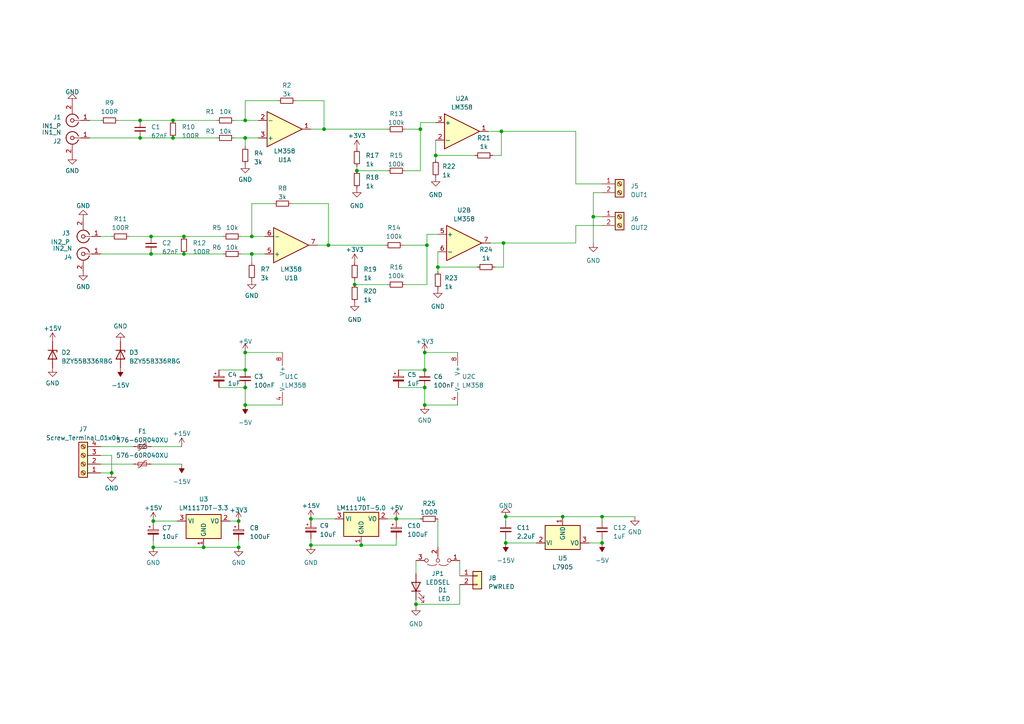
<source format=kicad_sch>
(kicad_sch (version 20230121) (generator eeschema)
  (paper "A4")
  (lib_symbols
    (symbol "Amplifier_Operational:LM358" (pin_names (offset 0.127))
      (property "Reference" "U" (at 0 5.08 0))
      (property "Value" "LM358" (at 0 -5.08 0))
      (symbol "LM358_1_1"
        (polyline (pts (xy -5.08 5.08) (xy 5.08 0) (xy -5.08 -5.08) (xy -5.08 5.08)) (stroke (width 0.254)) (fill (type background)))
        (pin output line (at 7.62 0 180) (length 2.54) (name "~") (number "1"))
        (pin input line (at -7.62 -2.54 0) (length 2.54) (name "-") (number "2"))
        (pin input line (at -7.62 2.54 0) (length 2.54) (name "+") (number "3"))
      )
      (symbol "LM358_2_1"
        (polyline (pts (xy -5.08 5.08) (xy 5.08 0) (xy -5.08 -5.08) (xy -5.08 5.08)) (stroke (width 0.254)) (fill (type background)))
        (pin input line (at -7.62 2.54 0) (length 2.54) (name "+") (number "5"))
        (pin input line (at -7.62 -2.54 0) (length 2.54) (name "-") (number "6"))
        (pin output line (at 7.62 0 180) (length 2.54) (name "~") (number "7"))
      )
      (symbol "LM358_3_1"
        (pin power_in line (at -2.54 -7.62 90) (length 3.81) (name "V-") (number "4"))
        (pin power_in line (at -2.54 7.62 270) (length 3.81) (name "V+") (number "8"))
      )
    )
    (symbol "Connector:Conn_Coaxial" (pin_names (offset 1.016) hide)
      (property "Reference" "J" (at 0.254 3.048 0))
      (property "Value" "Conn_Coaxial" (at 2.921 0 90))
      (symbol "Conn_Coaxial_0_1"
        (arc (start -1.778 -0.508) (mid 0.2311 -1.8066) (end 1.778 0) (stroke (width 0.254)))
        (polyline (pts (xy -2.54 0) (xy -0.508 0)))
        (polyline (pts (xy 0 -2.54) (xy 0 -1.778)))
        (circle (center 0 0) (radius 0.508) (stroke (width 0.2032)))
        (arc (start 1.778 0) (mid 0.2099 1.8101) (end -1.778 0.508) (stroke (width 0.254)))
      )
      (symbol "Conn_Coaxial_1_1"
        (pin passive line (at -5.08 0 0) (length 2.54) (name "In") (number "1"))
        (pin passive line (at 0 -5.08 90) (length 2.54) (name "Ext") (number "2"))
      )
    )
    (symbol "Connector:Screw_Terminal_01x02" (pin_names (offset 1.016) hide)
      (property "Reference" "J" (at 0 2.54 0))
      (property "Value" "Screw_Terminal_01x02" (at 0 -5.08 0))
      (symbol "Screw_Terminal_01x02_1_1"
        (rectangle (start -1.27 1.27) (end 1.27 -3.81) (stroke (width 0.254)) (fill (type background)))
        (circle (center 0 -2.54) (radius 0.635) (stroke (width 0.1524)))
        (polyline (pts (xy -0.5334 -2.2098) (xy 0.3302 -3.048)) (stroke (width 0.1524)))
        (polyline (pts (xy -0.5334 0.3302) (xy 0.3302 -0.508)) (stroke (width 0.1524)))
        (polyline (pts (xy -0.3556 -2.032) (xy 0.508 -2.8702)) (stroke (width 0.1524)))
        (polyline (pts (xy -0.3556 0.508) (xy 0.508 -0.3302)) (stroke (width 0.1524)))
        (circle (center 0 0) (radius 0.635) (stroke (width 0.1524)))
        (pin passive line (at -5.08 0 0) (length 3.81) (name "Pin_1") (number "1"))
        (pin passive line (at -5.08 -2.54 0) (length 3.81) (name "Pin_2") (number "2"))
      )
    )
    (symbol "Connector:Screw_Terminal_01x04" (pin_names (offset 1.016) hide)
      (property "Reference" "J" (at 0 5.08 0))
      (property "Value" "Screw_Terminal_01x04" (at 0 -7.62 0))
      (symbol "Screw_Terminal_01x04_1_1"
        (rectangle (start -1.27 3.81) (end 1.27 -6.35) (stroke (width 0.254)) (fill (type background)))
        (circle (center 0 -5.08) (radius 0.635) (stroke (width 0.1524)))
        (circle (center 0 -2.54) (radius 0.635) (stroke (width 0.1524)))
        (polyline (pts (xy -0.5334 -4.7498) (xy 0.3302 -5.588)) (stroke (width 0.1524)))
        (polyline (pts (xy -0.5334 -2.2098) (xy 0.3302 -3.048)) (stroke (width 0.1524)))
        (polyline (pts (xy -0.5334 0.3302) (xy 0.3302 -0.508)) (stroke (width 0.1524)))
        (polyline (pts (xy -0.5334 2.8702) (xy 0.3302 2.032)) (stroke (width 0.1524)))
        (polyline (pts (xy -0.3556 -4.572) (xy 0.508 -5.4102)) (stroke (width 0.1524)))
        (polyline (pts (xy -0.3556 -2.032) (xy 0.508 -2.8702)) (stroke (width 0.1524)))
        (polyline (pts (xy -0.3556 0.508) (xy 0.508 -0.3302)) (stroke (width 0.1524)))
        (polyline (pts (xy -0.3556 3.048) (xy 0.508 2.2098)) (stroke (width 0.1524)))
        (circle (center 0 0) (radius 0.635) (stroke (width 0.1524)))
        (circle (center 0 2.54) (radius 0.635) (stroke (width 0.1524)))
        (pin passive line (at -5.08 2.54 0) (length 3.81) (name "Pin_1") (number "1"))
        (pin passive line (at -5.08 0 0) (length 3.81) (name "Pin_2") (number "2"))
        (pin passive line (at -5.08 -2.54 0) (length 3.81) (name "Pin_3") (number "3"))
        (pin passive line (at -5.08 -5.08 0) (length 3.81) (name "Pin_4") (number "4"))
      )
    )
    (symbol "Connector_Generic:Conn_01x02" (pin_names (offset 1.016) hide)
      (property "Reference" "J" (at 0 2.54 0))
      (property "Value" "Conn_01x02" (at 0 -5.08 0))
      (symbol "Conn_01x02_1_1"
        (rectangle (start -1.27 -2.413) (end 0 -2.667) (stroke (width 0.1524)))
        (rectangle (start -1.27 0.127) (end 0 -0.127) (stroke (width 0.1524)))
        (rectangle (start -1.27 1.27) (end 1.27 -3.81) (stroke (width 0.254)) (fill (type background)))
        (pin passive line (at -5.08 0 0) (length 3.81) (name "Pin_1") (number "1"))
        (pin passive line (at -5.08 -2.54 0) (length 3.81) (name "Pin_2") (number "2"))
      )
    )
    (symbol "Device:C_Polarized_Small" (pin_numbers hide) (pin_names (offset 0.254) hide)
      (property "Reference" "C" (at 0.254 1.778 0))
      (property "Value" "C_Polarized_Small" (at 0.254 -2.032 0))
      (symbol "C_Polarized_Small_0_1"
        (rectangle (start -1.524 -0.3048) (end 1.524 -0.6858) (fill (type outline)))
        (rectangle (start -1.524 0.6858) (end 1.524 0.3048))
        (polyline (pts (xy -1.27 1.524) (xy -0.762 1.524)))
        (polyline (pts (xy -1.016 1.27) (xy -1.016 1.778)))
      )
      (symbol "C_Polarized_Small_1_1"
        (pin passive line (at 0 2.54 270) (length 1.8542) (name "~") (number "1"))
        (pin passive line (at 0 -2.54 90) (length 1.8542) (name "~") (number "2"))
      )
    )
    (symbol "Device:C_Small" (pin_numbers hide) (pin_names (offset 0.254) hide)
      (property "Reference" "C" (at 0.254 1.778 0))
      (property "Value" "C_Small" (at 0.254 -2.032 0))
      (symbol "C_Small_0_1"
        (polyline (pts (xy -1.524 -0.508) (xy 1.524 -0.508)) (stroke (width 0.3302)))
        (polyline (pts (xy -1.524 0.508) (xy 1.524 0.508)) (stroke (width 0.3048)))
      )
      (symbol "C_Small_1_1"
        (pin passive line (at 0 2.54 270) (length 2.032) (name "~") (number "1"))
        (pin passive line (at 0 -2.54 90) (length 2.032) (name "~") (number "2"))
      )
    )
    (symbol "Device:D_Zener" (pin_numbers hide) (pin_names (offset 1.016) hide)
      (property "Reference" "D" (at 0 2.54 0))
      (property "Value" "D_Zener" (at 0 -2.54 0))
      (symbol "D_Zener_0_1"
        (polyline (pts (xy 1.27 0) (xy -1.27 0)))
        (polyline (pts (xy -1.27 -1.27) (xy -1.27 1.27) (xy -0.762 1.27)) (stroke (width 0.254)))
        (polyline (pts (xy 1.27 -1.27) (xy 1.27 1.27) (xy -1.27 0) (xy 1.27 -1.27)) (stroke (width 0.254)))
      )
      (symbol "D_Zener_1_1"
        (pin passive line (at -3.81 0 0) (length 2.54) (name "K") (number "1"))
        (pin passive line (at 3.81 0 180) (length 2.54) (name "A") (number "2"))
      )
    )
    (symbol "Device:LED" (pin_numbers hide) (pin_names (offset 1.016) hide)
      (property "Reference" "D" (at 0 2.54 0))
      (property "Value" "LED" (at 0 -2.54 0))
      (symbol "LED_0_1"
        (polyline (pts (xy -1.27 -1.27) (xy -1.27 1.27)) (stroke (width 0.254)))
        (polyline (pts (xy -1.27 0) (xy 1.27 0)))
        (polyline (pts (xy 1.27 -1.27) (xy 1.27 1.27) (xy -1.27 0) (xy 1.27 -1.27)) (stroke (width 0.254)))
        (polyline (pts (xy -3.048 -0.762) (xy -4.572 -2.286) (xy -3.81 -2.286) (xy -4.572 -2.286) (xy -4.572 -1.524)))
        (polyline (pts (xy -1.778 -0.762) (xy -3.302 -2.286) (xy -2.54 -2.286) (xy -3.302 -2.286) (xy -3.302 -1.524)))
      )
      (symbol "LED_1_1"
        (pin passive line (at -3.81 0 0) (length 2.54) (name "K") (number "1"))
        (pin passive line (at 3.81 0 180) (length 2.54) (name "A") (number "2"))
      )
    )
    (symbol "Device:Polyfuse_Small" (pin_numbers hide) (pin_names (offset 0))
      (property "Reference" "F" (at -1.905 0 90))
      (property "Value" "Polyfuse_Small" (at 1.905 0 90))
      (symbol "Polyfuse_Small_0_1"
        (rectangle (start -0.508 1.27) (end 0.508 -1.27))
        (polyline (pts (xy 0 2.54) (xy 0 -2.54)))
        (polyline (pts (xy -1.016 1.27) (xy -1.016 0.762) (xy 1.016 -0.762) (xy 1.016 -1.27)))
      )
      (symbol "Polyfuse_Small_1_1"
        (pin passive line (at 0 2.54 270) (length 0.635) (name "~") (number "1"))
        (pin passive line (at 0 -2.54 90) (length 0.635) (name "~") (number "2"))
      )
    )
    (symbol "Device:R_Small" (pin_numbers hide) (pin_names (offset 0.254) hide)
      (property "Reference" "R" (at 0.762 0.508 0))
      (property "Value" "R_Small" (at 0.762 -1.016 0))
      (symbol "R_Small_0_1"
        (rectangle (start -0.762 1.778) (end 0.762 -1.778) (stroke (width 0.2032)))
      )
      (symbol "R_Small_1_1"
        (pin passive line (at 0 2.54 270) (length 0.762) (name "~") (number "1"))
        (pin passive line (at 0 -2.54 90) (length 0.762) (name "~") (number "2"))
      )
    )
    (symbol "Jumper:Jumper_3_Open" (pin_names (offset 0) hide)
      (property "Reference" "JP" (at -2.54 -2.54 0))
      (property "Value" "Jumper_3_Open" (at 0 2.794 0))
      (symbol "Jumper_3_Open_0_0"
        (circle (center -3.302 0) (radius 0.508))
        (circle (center 0 0) (radius 0.508))
        (circle (center 3.302 0) (radius 0.508))
      )
      (symbol "Jumper_3_Open_0_1"
        (arc (start -0.254 1.016) (mid -1.651 1.4992) (end -3.048 1.016))
        (polyline (pts (xy 0 -0.508) (xy 0 -1.27)))
        (arc (start 3.048 1.016) (mid 1.651 1.4992) (end 0.254 1.016))
      )
      (symbol "Jumper_3_Open_1_1"
        (pin passive line (at -6.35 0 0) (length 2.54) (name "A") (number "1"))
        (pin passive line (at 0 -3.81 90) (length 2.54) (name "C") (number "2"))
        (pin passive line (at 6.35 0 180) (length 2.54) (name "B") (number "3"))
      )
    )
    (symbol "Regulator_Linear:L7905" (pin_names (offset 0.254))
      (property "Reference" "U" (at -3.81 -3.175 0))
      (property "Value" "L7905" (at 0 -3.175 0))
      (symbol "L7905_0_1"
        (rectangle (start -5.08 5.08) (end 5.08 -1.905) (stroke (width 0.254)) (fill (type background)))
      )
      (symbol "L7905_1_1"
        (pin power_in line (at 0 7.62 270) (length 2.54) (name "GND") (number "1"))
        (pin power_in line (at -7.62 0 0) (length 2.54) (name "VI") (number "2"))
        (pin power_out line (at 7.62 0 180) (length 2.54) (name "VO") (number "3"))
      )
    )
    (symbol "Regulator_Linear:LM1117DT-3.3"
      (property "Reference" "U" (at -3.81 3.175 0))
      (property "Value" "LM1117DT-3.3" (at 0 3.175 0))
      (symbol "LM1117DT-3.3_0_1"
        (rectangle (start -5.08 -5.08) (end 5.08 1.905) (stroke (width 0.254)) (fill (type background)))
      )
      (symbol "LM1117DT-3.3_1_1"
        (pin power_in line (at 0 -7.62 90) (length 2.54) (name "GND") (number "1"))
        (pin power_out line (at 7.62 0 180) (length 2.54) (name "VO") (number "2"))
        (pin power_in line (at -7.62 0 0) (length 2.54) (name "VI") (number "3"))
      )
    )
    (symbol "Regulator_Linear:LM1117DT-5.0"
      (property "Reference" "U" (at -3.81 3.175 0))
      (property "Value" "LM1117DT-5.0" (at 0 3.175 0))
      (symbol "LM1117DT-5.0_0_1"
        (rectangle (start -5.08 -5.08) (end 5.08 1.905) (stroke (width 0.254)) (fill (type background)))
      )
      (symbol "LM1117DT-5.0_1_1"
        (pin power_in line (at 0 -7.62 90) (length 2.54) (name "GND") (number "1"))
        (pin power_out line (at 7.62 0 180) (length 2.54) (name "VO") (number "2"))
        (pin power_in line (at -7.62 0 0) (length 2.54) (name "VI") (number "3"))
      )
    )
    (symbol "power:+15V" (power) (pin_names (offset 0))
      (property "Value" "+15V" (at 0 3.556 0))
      (symbol "+15V_0_1"
        (polyline (pts (xy -0.762 1.27) (xy 0 2.54)))
        (polyline (pts (xy 0 0) (xy 0 2.54)))
        (polyline (pts (xy 0 2.54) (xy 0.762 1.27)))
      )
      (symbol "+15V_1_1"
        (pin power_in line (at 0 0 90) (length 0) hide (name "+15V") (number "1"))
      )
    )
    (symbol "power:+3V3" (power) (pin_names (offset 0))
      (property "Value" "+3V3" (at 0 3.556 0))
      (symbol "+3V3_0_1"
        (polyline (pts (xy -0.762 1.27) (xy 0 2.54)))
        (polyline (pts (xy 0 0) (xy 0 2.54)))
        (polyline (pts (xy 0 2.54) (xy 0.762 1.27)))
      )
      (symbol "+3V3_1_1"
        (pin power_in line (at 0 0 90) (length 0) hide (name "+3V3") (number "1"))
      )
    )
    (symbol "power:+5V" (power) (pin_names (offset 0))
      (property "Value" "+5V" (at 0 3.556 0))
      (symbol "+5V_0_1"
        (polyline (pts (xy -0.762 1.27) (xy 0 2.54)))
        (polyline (pts (xy 0 0) (xy 0 2.54)))
        (polyline (pts (xy 0 2.54) (xy 0.762 1.27)))
      )
      (symbol "+5V_1_1"
        (pin power_in line (at 0 0 90) (length 0) hide (name "+5V") (number "1"))
      )
    )
    (symbol "power:-15V" (power) (pin_names (offset 0))
      (property "Value" "-15V" (at 0 3.81 0))
      (symbol "-15V_0_0"
        (pin power_in line (at 0 0 90) (length 0) hide (name "-15V") (number "1"))
      )
      (symbol "-15V_0_1"
        (polyline (pts (xy 0 0) (xy 0 1.27) (xy 0.762 1.27) (xy 0 2.54) (xy -0.762 1.27) (xy 0 1.27)) (fill (type outline)))
      )
    )
    (symbol "power:-5V" (power) (pin_names (offset 0))
      (property "Value" "-5V" (at 0 3.81 0))
      (symbol "-5V_0_0"
        (pin power_in line (at 0 0 90) (length 0) hide (name "-5V") (number "1"))
      )
      (symbol "-5V_0_1"
        (polyline (pts (xy 0 0) (xy 0 1.27) (xy 0.762 1.27) (xy 0 2.54) (xy -0.762 1.27) (xy 0 1.27)) (fill (type outline)))
      )
    )
    (symbol "power:GND" (power) (pin_names (offset 0))
      (property "Value" "GND" (at 0 -3.81 0))
      (symbol "GND_0_1"
        (polyline (pts (xy 0 0) (xy 0 -1.27) (xy 1.27 -1.27) (xy 0 -2.54) (xy -1.27 -1.27) (xy 0 -1.27)))
      )
      (symbol "GND_1_1"
        (pin power_in line (at 0 0 270) (length 0) hide (name "GND") (number "1"))
      )
    )
  )
  (junction (at 126.365 45.085))
  (junction (at 53.34 73.66))
  (junction (at 114.935 150.495))
  (junction (at 50.165 40.005))
  (junction (at 69.215 151.13))
  (junction (at 44.45 151.13))
  (junction (at 73.025 68.58))
  (junction (at 123.19 107.315))
  (junction (at 163.195 149.86))
  (junction (at 145.415 38.1))
  (junction (at 44.45 158.75))
  (junction (at 121.92 37.465))
  (junction (at 123.19 112.395))
  (junction (at 102.87 82.55))
  (junction (at 90.17 150.495))
  (junction (at 174.625 149.86))
  (junction (at 93.98 37.465))
  (junction (at 32.385 137.16))
  (junction (at 174.625 157.48))
  (junction (at 69.215 158.75))
  (junction (at 103.505 49.53))
  (junction (at 40.64 34.925))
  (junction (at 123.19 102.235))
  (junction (at 43.815 73.66))
  (junction (at 71.12 107.315))
  (junction (at 53.34 68.58))
  (junction (at 123.825 71.12))
  (junction (at 172.085 62.865))
  (junction (at 50.165 34.925))
  (junction (at 71.12 102.235))
  (junction (at 95.25 71.12))
  (junction (at 104.775 158.115))
  (junction (at 146.05 70.485))
  (junction (at 59.055 158.75))
  (junction (at 123.19 117.475))
  (junction (at 146.685 157.48))
  (junction (at 120.65 175.26))
  (junction (at 71.12 112.395))
  (junction (at 43.815 68.58))
  (junction (at 90.17 158.115))
  (junction (at 127 77.47))
  (junction (at 71.12 117.475))
  (junction (at 73.025 73.66))
  (junction (at 146.685 149.86))
  (junction (at 71.12 34.925))
  (junction (at 40.64 40.005))
  (junction (at 71.12 40.005))
  (wire (pts (xy 26.035 40.005) (xy 40.64 40.005)))
  (wire (pts (xy 167.005 53.34) (xy 167.005 38.1)))
  (wire (pts (xy 127 150.495) (xy 127 158.75)))
  (wire (pts (xy 40.64 40.005) (xy 50.165 40.005)))
  (wire (pts (xy 115.57 112.395) (xy 123.19 112.395)))
  (wire (pts (xy 174.625 65.405) (xy 167.005 65.405)))
  (wire (pts (xy 146.685 157.48) (xy 146.685 156.21)))
  (wire (pts (xy 123.825 82.55) (xy 117.475 82.55)))
  (wire (pts (xy 50.165 34.925) (xy 62.865 34.925)))
  (wire (pts (xy 112.395 37.465) (xy 93.98 37.465)))
  (wire (pts (xy 127 73.025) (xy 127 77.47)))
  (wire (pts (xy 85.725 29.21) (xy 93.98 29.21)))
  (wire (pts (xy 69.215 158.75) (xy 69.215 156.845)))
  (wire (pts (xy 71.12 34.925) (xy 74.93 34.925)))
  (wire (pts (xy 133.35 169.545) (xy 133.35 175.26)))
  (wire (pts (xy 71.12 29.21) (xy 80.645 29.21)))
  (wire (pts (xy 34.29 34.925) (xy 40.64 34.925)))
  (wire (pts (xy 95.25 71.12) (xy 111.76 71.12)))
  (wire (pts (xy 29.21 137.16) (xy 32.385 137.16)))
  (wire (pts (xy 104.775 158.115) (xy 114.935 158.115)))
  (wire (pts (xy 167.005 70.485) (xy 146.05 70.485)))
  (wire (pts (xy 174.625 149.86) (xy 184.15 149.86)))
  (wire (pts (xy 121.92 49.53) (xy 121.92 37.465)))
  (wire (pts (xy 121.92 35.56) (xy 126.365 35.56)))
  (wire (pts (xy 123.825 67.945) (xy 127 67.945)))
  (wire (pts (xy 44.45 158.75) (xy 44.45 156.845)))
  (wire (pts (xy 127 77.47) (xy 127 78.74)))
  (wire (pts (xy 172.085 62.865) (xy 174.625 62.865)))
  (wire (pts (xy 29.21 129.54) (xy 38.735 129.54)))
  (wire (pts (xy 174.625 149.86) (xy 174.625 151.13)))
  (wire (pts (xy 43.815 134.62) (xy 52.705 134.62)))
  (wire (pts (xy 146.685 149.86) (xy 146.685 151.13)))
  (wire (pts (xy 123.19 112.395) (xy 123.19 117.475)))
  (wire (pts (xy 146.05 77.47) (xy 143.51 77.47)))
  (wire (pts (xy 145.415 45.085) (xy 142.875 45.085)))
  (wire (pts (xy 123.19 102.235) (xy 123.19 107.315)))
  (wire (pts (xy 115.57 107.315) (xy 123.19 107.315)))
  (wire (pts (xy 141.605 38.1) (xy 145.415 38.1)))
  (wire (pts (xy 95.25 59.055) (xy 95.25 71.12)))
  (wire (pts (xy 174.625 53.34) (xy 167.005 53.34)))
  (wire (pts (xy 71.12 40.005) (xy 74.93 40.005)))
  (wire (pts (xy 69.85 68.58) (xy 73.025 68.58)))
  (wire (pts (xy 43.815 68.58) (xy 53.34 68.58)))
  (wire (pts (xy 167.005 65.405) (xy 167.005 70.485)))
  (wire (pts (xy 120.65 173.99) (xy 120.65 175.26)))
  (wire (pts (xy 167.005 38.1) (xy 145.415 38.1)))
  (wire (pts (xy 93.98 37.465) (xy 90.17 37.465)))
  (wire (pts (xy 43.815 129.54) (xy 52.705 129.54)))
  (wire (pts (xy 37.465 68.58) (xy 43.815 68.58)))
  (wire (pts (xy 71.12 112.395) (xy 71.12 117.475)))
  (wire (pts (xy 73.025 73.66) (xy 76.835 73.66)))
  (wire (pts (xy 73.025 68.58) (xy 76.835 68.58)))
  (wire (pts (xy 123.825 71.12) (xy 123.825 82.55)))
  (wire (pts (xy 103.505 49.53) (xy 112.395 49.53)))
  (wire (pts (xy 123.19 117.475) (xy 132.715 117.475)))
  (wire (pts (xy 67.945 40.005) (xy 71.12 40.005)))
  (wire (pts (xy 81.915 102.235) (xy 71.12 102.235)))
  (wire (pts (xy 132.715 102.235) (xy 123.19 102.235)))
  (wire (pts (xy 155.575 157.48) (xy 146.685 157.48)))
  (wire (pts (xy 174.625 55.88) (xy 172.085 55.88)))
  (wire (pts (xy 44.45 151.13) (xy 44.45 151.765)))
  (wire (pts (xy 126.365 45.085) (xy 126.365 46.355)))
  (wire (pts (xy 172.085 55.88) (xy 172.085 62.865)))
  (wire (pts (xy 103.505 48.26) (xy 103.505 49.53)))
  (wire (pts (xy 145.415 38.1) (xy 145.415 45.085)))
  (wire (pts (xy 40.64 34.925) (xy 50.165 34.925)))
  (wire (pts (xy 174.625 157.48) (xy 170.815 157.48)))
  (wire (pts (xy 66.675 151.13) (xy 69.215 151.13)))
  (wire (pts (xy 133.35 162.56) (xy 133.35 167.005)))
  (wire (pts (xy 29.21 73.66) (xy 43.815 73.66)))
  (wire (pts (xy 29.21 134.62) (xy 38.735 134.62)))
  (wire (pts (xy 73.025 59.055) (xy 79.375 59.055)))
  (wire (pts (xy 112.395 150.495) (xy 114.935 150.495)))
  (wire (pts (xy 63.5 107.315) (xy 71.12 107.315)))
  (wire (pts (xy 90.17 150.495) (xy 90.17 151.13)))
  (wire (pts (xy 138.43 77.47) (xy 127 77.47)))
  (wire (pts (xy 114.935 151.13) (xy 114.935 150.495)))
  (wire (pts (xy 29.21 132.08) (xy 32.385 132.08)))
  (wire (pts (xy 32.385 132.08) (xy 32.385 137.16)))
  (wire (pts (xy 114.935 158.115) (xy 114.935 156.21)))
  (wire (pts (xy 69.85 73.66) (xy 73.025 73.66)))
  (wire (pts (xy 69.215 151.765) (xy 69.215 151.13)))
  (wire (pts (xy 163.195 149.86) (xy 174.625 149.86)))
  (wire (pts (xy 146.05 70.485) (xy 146.05 77.47)))
  (wire (pts (xy 117.475 37.465) (xy 121.92 37.465)))
  (wire (pts (xy 29.21 68.58) (xy 32.385 68.58)))
  (wire (pts (xy 90.17 158.115) (xy 90.17 156.21)))
  (wire (pts (xy 102.87 81.28) (xy 102.87 82.55)))
  (wire (pts (xy 90.17 158.115) (xy 104.775 158.115)))
  (wire (pts (xy 174.625 156.21) (xy 174.625 157.48)))
  (wire (pts (xy 114.935 150.495) (xy 121.92 150.495)))
  (wire (pts (xy 71.12 117.475) (xy 81.915 117.475)))
  (wire (pts (xy 120.65 175.26) (xy 120.65 175.895)))
  (wire (pts (xy 71.12 34.925) (xy 71.12 29.21)))
  (wire (pts (xy 59.055 158.75) (xy 44.45 158.75)))
  (wire (pts (xy 163.195 149.86) (xy 146.685 149.86)))
  (wire (pts (xy 43.815 73.66) (xy 53.34 73.66)))
  (wire (pts (xy 121.92 37.465) (xy 121.92 35.56)))
  (wire (pts (xy 84.455 59.055) (xy 95.25 59.055)))
  (wire (pts (xy 133.35 175.26) (xy 120.65 175.26)))
  (wire (pts (xy 93.98 29.21) (xy 93.98 37.465)))
  (wire (pts (xy 73.025 59.055) (xy 73.025 68.58)))
  (wire (pts (xy 123.825 71.12) (xy 123.825 67.945)))
  (wire (pts (xy 142.24 70.485) (xy 146.05 70.485)))
  (wire (pts (xy 67.945 34.925) (xy 71.12 34.925)))
  (wire (pts (xy 71.12 102.235) (xy 71.12 107.315)))
  (wire (pts (xy 63.5 112.395) (xy 71.12 112.395)))
  (wire (pts (xy 97.155 150.495) (xy 90.17 150.495)))
  (wire (pts (xy 95.25 71.12) (xy 92.075 71.12)))
  (wire (pts (xy 59.055 158.75) (xy 69.215 158.75)))
  (wire (pts (xy 126.365 40.64) (xy 126.365 45.085)))
  (wire (pts (xy 71.12 40.005) (xy 71.12 42.545)))
  (wire (pts (xy 137.795 45.085) (xy 126.365 45.085)))
  (wire (pts (xy 116.84 71.12) (xy 123.825 71.12)))
  (wire (pts (xy 102.87 82.55) (xy 112.395 82.55)))
  (wire (pts (xy 53.34 68.58) (xy 64.77 68.58)))
  (wire (pts (xy 117.475 49.53) (xy 121.92 49.53)))
  (wire (pts (xy 53.34 73.66) (xy 64.77 73.66)))
  (wire (pts (xy 51.435 151.13) (xy 44.45 151.13)))
  (wire (pts (xy 172.085 62.865) (xy 172.085 70.485)))
  (wire (pts (xy 73.025 73.66) (xy 73.025 76.2)))
  (wire (pts (xy 26.035 34.925) (xy 29.21 34.925)))
  (wire (pts (xy 120.65 162.56) (xy 120.65 166.37)))
  (wire (pts (xy 50.165 40.005) (xy 62.865 40.005)))
  (symbol (lib_id "Device:C_Small") (at 43.815 71.12 0) (unit 1)
    (property "Reference" "C2" (at 46.99 70.4913 0) (effects (justify left)))
    (property "Value" "62nF" (at 46.99 73.0313 0) (effects (justify left)))
    (property "Footprint" "Capacitor_SMD:C_0805_2012Metric" (effects hide))
  )
  (symbol (lib_id "Device:C_Small") (at 174.625 153.67 0) (unit 1)
    (property "Reference" "C12" (at 177.8 153.0413 0) (effects (justify left)))
    (property "Value" "1uF" (at 177.8 155.5813 0) (effects (justify left)))
    (property "Footprint" "Capacitor_THT:CP_Radial_D5.0mm_P2.50mm" (effects hide))
  )
  (symbol (lib_id "Device:R_Small") (at 114.935 37.465 90) (unit 1)
    (property "Reference" "R13" (at 114.935 33.02 90))
    (property "Value" "100k" (at 114.935 35.56 90))
    (property "Footprint" "Resistor_SMD:R_0805_2012Metric" (effects hide))
  )
  (symbol (lib_id "power:GND") (at 20.955 45.085 0) (unit 1)
    (property "Reference" "#PWR029" (effects hide))
    (property "Value" "GND" (at 20.955 49.53 0))
  )
  (symbol (lib_id "power:GND") (at 123.19 117.475 0) (unit 1)
    (property "Reference" "#PWR010" (effects hide))
    (property "Value" "GND" (at 123.19 121.92 0))
  )
  (symbol (lib_id "Connector:Conn_Coaxial") (at 20.955 40.005 0) (mirror y) (unit 1)
    (property "Reference" "J2" (at 17.78 40.9332 0) (effects (justify left)))
    (property "Value" "IN1_N" (at 17.78 38.3932 0) (effects (justify left)))
    (property "Footprint" "Connector_Coaxial:SMA_Amphenol_901-143_Horizontal" (effects hide))
    (property "Datasheet" " ~" (effects hide))
  )
  (symbol (lib_id "power:GND") (at 73.025 81.28 0) (unit 1)
    (property "Reference" "#PWR02" (effects hide))
    (property "Value" "GND" (at 73.025 85.725 0))
  )
  (symbol (lib_id "Device:R_Small") (at 102.87 85.09 0) (unit 1)
    (property "Reference" "R20" (at 105.41 84.455 0) (effects (justify left)))
    (property "Value" "1k" (at 105.41 86.995 0) (effects (justify left)))
    (property "Footprint" "Resistor_SMD:R_0805_2012Metric" (effects hide))
  )
  (symbol (lib_id "power:+15V") (at 52.705 129.54 0) (unit 1)
    (property "Reference" "#PWR019" (effects hide))
    (property "Value" "+15V" (at 52.705 125.73 0))
  )
  (symbol (lib_id "Device:Polyfuse_Small") (at 41.275 134.62 90) (unit 1)
    (property "Reference" "F2" (at 41.275 129.54 90))
    (property "Value" "576-60R040XU" (at 41.275 132.08 90))
    (property "Footprint" "Capacitor_THT:C_Disc_D5.1mm_W3.2mm_P5.00mm" (effects hide))
  )
  (symbol (lib_id "Device:R_Small") (at 53.34 71.12 180) (unit 1)
    (property "Reference" "R12" (at 55.88 70.485 0) (effects (justify right)))
    (property "Value" "100R" (at 55.88 73.025 0) (effects (justify right)))
    (property "Footprint" "Resistor_SMD:R_0805_2012Metric" (effects hide))
  )
  (symbol (lib_id "power:GND") (at 71.12 47.625 0) (unit 1)
    (property "Reference" "#PWR01" (effects hide))
    (property "Value" "GND" (at 71.12 52.07 0))
  )
  (symbol (lib_id "Device:R_Small") (at 114.935 49.53 90) (unit 1)
    (property "Reference" "R15" (at 114.935 45.085 90))
    (property "Value" "100k" (at 114.935 47.625 90))
    (property "Footprint" "Resistor_SMD:R_0805_2012Metric" (effects hide))
  )
  (symbol (lib_id "Connector:Conn_Coaxial") (at 20.955 34.925 180) (unit 1)
    (property "Reference" "J1" (at 17.78 33.9968 0) (effects (justify left)))
    (property "Value" "IN1_P" (at 17.78 36.5368 0) (effects (justify left)))
    (property "Footprint" "Connector_Coaxial:SMA_Amphenol_901-143_Horizontal" (effects hide))
    (property "Datasheet" " ~" (effects hide))
  )
  (symbol (lib_id "Connector:Conn_Coaxial") (at 24.13 68.58 180) (unit 1)
    (property "Reference" "J3" (at 20.32 67.6518 0) (effects (justify left)))
    (property "Value" "IN2_P" (at 20.32 70.1918 0) (effects (justify left)))
    (property "Footprint" "Connector_Coaxial:SMA_Amphenol_901-143_Horizontal" (effects hide))
    (property "Datasheet" " ~" (effects hide))
  )
  (symbol (lib_id "Device:R_Small") (at 31.75 34.925 90) (unit 1)
    (property "Reference" "R9" (at 31.75 29.845 90))
    (property "Value" "100R" (at 31.75 32.385 90))
    (property "Footprint" "Resistor_SMD:R_0805_2012Metric" (effects hide))
  )
  (symbol (lib_id "Connector:Conn_Coaxial") (at 24.13 73.66 0) (mirror y) (unit 1)
    (property "Reference" "J4" (at 20.955 74.5882 0) (effects (justify left)))
    (property "Value" "IN2_N" (at 20.955 72.0482 0) (effects (justify left)))
    (property "Footprint" "Connector_Coaxial:SMA_Amphenol_901-143_Horizontal" (effects hide))
    (property "Datasheet" " ~" (effects hide))
  )
  (symbol (lib_id "Device:R_Small") (at 65.405 34.925 90) (unit 1)
    (property "Reference" "R1" (at 60.96 32.385 90))
    (property "Value" "10k" (at 65.405 32.385 90))
    (property "Footprint" "Resistor_SMD:R_0805_2012Metric" (effects hide))
  )
  (symbol (lib_id "Device:R_Small") (at 102.87 78.74 0) (unit 1)
    (property "Reference" "R19" (at 105.41 78.105 0) (effects (justify left)))
    (property "Value" "1k" (at 105.41 80.645 0) (effects (justify left)))
    (property "Footprint" "Resistor_SMD:R_0805_2012Metric" (effects hide))
  )
  (symbol (lib_id "Device:R_Small") (at 67.31 68.58 90) (unit 1)
    (property "Reference" "R5" (at 62.865 66.04 90))
    (property "Value" "10k" (at 67.31 66.04 90))
    (property "Footprint" "Resistor_SMD:R_0805_2012Metric" (effects hide))
  )
  (symbol (lib_id "power:+3V3") (at 69.215 151.13 0) (unit 1)
    (property "Reference" "#PWR037" (effects hide))
    (property "Value" "+3V3" (at 69.215 147.955 0))
  )
  (symbol (lib_id "Device:R_Small") (at 73.025 78.74 180) (unit 1)
    (property "Reference" "R7" (at 75.565 78.105 0) (effects (justify right)))
    (property "Value" "3k" (at 75.565 80.645 0) (effects (justify right)))
    (property "Footprint" "Resistor_SMD:R_0805_2012Metric" (effects hide))
  )
  (symbol (lib_id "power:-15V") (at 34.925 106.68 180) (unit 1)
    (property "Reference" "#PWR035" (effects hide))
    (property "Value" "-15V" (at 34.925 111.76 0))
  )
  (symbol (lib_id "power:-15V") (at 52.705 134.62 180) (unit 1)
    (property "Reference" "#PWR020" (effects hide))
    (property "Value" "-15V" (at 52.705 139.7 0))
  )
  (symbol (lib_id "power:GND") (at 34.925 99.06 180) (unit 1)
    (property "Reference" "#PWR036" (effects hide))
    (property "Value" "GND" (at 34.925 94.615 0))
  )
  (symbol (lib_id "Device:R_Small") (at 34.925 68.58 90) (unit 1)
    (property "Reference" "R11" (at 34.925 63.5 90))
    (property "Value" "100R" (at 34.925 66.04 90))
    (property "Footprint" "Resistor_SMD:R_0805_2012Metric" (effects hide))
  )
  (symbol (lib_id "power:+15V") (at 15.24 99.06 0) (unit 1)
    (property "Reference" "#PWR033" (effects hide))
    (property "Value" "+15V" (at 15.24 95.25 0))
  )
  (symbol (lib_id "Amplifier_Operational:LM358") (at 133.985 38.1 0) (unit 1)
    (property "Reference" "U2" (at 133.985 28.575 0))
    (property "Value" "LM358" (at 133.985 31.115 0))
    (property "Footprint" "Package_DIP:DIP-8_W10.16mm" (effects hide))
    (property "Datasheet" "http://www.ti.com/lit/ds/symlink/lm2904-n.pdf" (effects hide))
  )
  (symbol (lib_id "Device:R_Small") (at 127 81.28 180) (unit 1)
    (property "Reference" "R23" (at 128.905 80.645 0) (effects (justify right)))
    (property "Value" "1k" (at 128.905 83.185 0) (effects (justify right)))
    (property "Footprint" "Resistor_SMD:R_0805_2012Metric" (effects hide))
  )
  (symbol (lib_id "Device:R_Small") (at 140.335 45.085 90) (unit 1)
    (property "Reference" "R21" (at 140.335 40.005 90))
    (property "Value" "1k" (at 140.335 42.545 90))
    (property "Footprint" "Resistor_SMD:R_0805_2012Metric" (effects hide))
  )
  (symbol (lib_id "Regulator_Linear:L7905") (at 163.195 157.48 0) (unit 1)
    (property "Reference" "U5" (at 163.195 161.925 0))
    (property "Value" "L7905" (at 163.195 164.465 0))
    (property "Footprint" "Package_TO_SOT_THT:TO-220-3_Vertical" (effects hide))
    (property "Datasheet" "http://www.st.com/content/ccc/resource/technical/document/datasheet/c9/16/86/41/c7/2b/45/f2/CD00000450.pdf/files/CD00000450.pdf/jcr:content/translations/en.CD00000450.pdf" (effects hide))
  )
  (symbol (lib_id "Amplifier_Operational:LM358") (at 84.455 109.855 0) (unit 3)
    (property "Reference" "U1" (at 82.55 109.22 0) (effects (justify left)))
    (property "Value" "LM358" (at 82.55 111.76 0) (effects (justify left)))
    (property "Footprint" "Package_DIP:DIP-8_W10.16mm" (effects hide))
    (property "Datasheet" "http://www.ti.com/lit/ds/symlink/lm2904-n.pdf" (effects hide))
  )
  (symbol (lib_id "Device:R_Small") (at 50.165 37.465 180) (unit 1)
    (property "Reference" "R10" (at 52.705 36.83 0) (effects (justify right)))
    (property "Value" "100R" (at 52.705 39.37 0) (effects (justify right)))
    (property "Footprint" "Resistor_SMD:R_0805_2012Metric" (effects hide))
  )
  (symbol (lib_id "Device:C_Polarized_Small") (at 63.5 109.855 0) (unit 1)
    (property "Reference" "C4" (at 66.04 108.6739 0) (effects (justify left)))
    (property "Value" "1uF" (at 66.04 111.2139 0) (effects (justify left)))
    (property "Footprint" "Capacitor_SMD:C_0805_2012Metric" (effects hide))
  )
  (symbol (lib_id "power:GND") (at 172.085 70.485 0) (unit 1)
    (property "Reference" "#PWR018" (effects hide))
    (property "Value" "GND" (at 172.085 75.565 0))
  )
  (symbol (lib_id "power:GND") (at 146.685 149.86 180) (unit 1)
    (property "Reference" "#PWR025" (effects hide))
    (property "Value" "GND" (at 146.685 146.685 0))
  )
  (symbol (lib_id "Device:R_Small") (at 103.505 45.72 0) (unit 1)
    (property "Reference" "R17" (at 106.045 45.085 0) (effects (justify left)))
    (property "Value" "1k" (at 106.045 47.625 0) (effects (justify left)))
    (property "Footprint" "Resistor_SMD:R_0805_2012Metric" (effects hide))
  )
  (symbol (lib_id "Amplifier_Operational:LM358") (at 84.455 71.12 0) (mirror x) (unit 2)
    (property "Reference" "U1" (at 84.455 80.645 0))
    (property "Value" "LM358" (at 84.455 78.105 0))
    (property "Footprint" "Package_DIP:DIP-8_W10.16mm" (effects hide))
    (property "Datasheet" "http://www.ti.com/lit/ds/symlink/lm2904-n.pdf" (effects hide))
  )
  (symbol (lib_id "Device:C_Polarized_Small") (at 115.57 109.855 0) (unit 1)
    (property "Reference" "C5" (at 118.11 108.6739 0) (effects (justify left)))
    (property "Value" "1uF" (at 118.11 111.2139 0) (effects (justify left)))
    (property "Footprint" "Capacitor_SMD:C_0805_2012Metric" (effects hide))
  )
  (symbol (lib_id "Device:R_Small") (at 65.405 40.005 90) (unit 1)
    (property "Reference" "R3" (at 60.96 38.1 90))
    (property "Value" "10k" (at 65.405 38.1 90))
    (property "Footprint" "Resistor_SMD:R_0805_2012Metric" (effects hide))
  )
  (symbol (lib_id "Device:C_Polarized_Small") (at 90.17 153.67 0) (unit 1)
    (property "Reference" "C9" (at 92.71 152.4889 0) (effects (justify left)))
    (property "Value" "10uF" (at 92.71 155.0289 0) (effects (justify left)))
    (property "Footprint" "Capacitor_THT:CP_Radial_D5.0mm_P2.50mm" (effects hide))
  )
  (symbol (lib_id "power:GND") (at 32.385 137.16 0) (unit 1)
    (property "Reference" "#PWR021" (effects hide))
    (property "Value" "GND" (at 32.385 141.605 0))
  )
  (symbol (lib_id "power:GND") (at 102.87 87.63 0) (unit 1)
    (property "Reference" "#PWR06" (effects hide))
    (property "Value" "GND" (at 102.87 92.71 0))
  )
  (symbol (lib_id "Device:C_Polarized_Small") (at 44.45 154.305 0) (unit 1)
    (property "Reference" "C7" (at 46.99 153.1239 0) (effects (justify left)))
    (property "Value" "10uF" (at 46.99 155.6639 0) (effects (justify left)))
    (property "Footprint" "Capacitor_THT:CP_Radial_D5.0mm_P2.50mm" (effects hide))
  )
  (symbol (lib_id "power:GND") (at 127 83.82 0) (unit 1)
    (property "Reference" "#PWR08" (effects hide))
    (property "Value" "GND" (at 127 88.9 0))
  )
  (symbol (lib_id "power:GND") (at 69.215 158.75 0) (unit 1)
    (property "Reference" "#PWR014" (effects hide))
    (property "Value" "GND" (at 69.215 163.195 0))
  )
  (symbol (lib_id "Device:Polyfuse_Small") (at 41.275 129.54 270) (unit 1)
    (property "Reference" "F1" (at 41.275 125.095 90))
    (property "Value" "576-60R040XU" (at 41.275 127.635 90))
    (property "Footprint" "Capacitor_THT:C_Disc_D5.1mm_W3.2mm_P5.00mm" (effects hide))
  )
  (symbol (lib_id "power:+3V3") (at 103.505 43.18 0) (unit 1)
    (property "Reference" "#PWR03" (effects hide))
    (property "Value" "+3V3" (at 103.505 39.37 0))
  )
  (symbol (lib_id "Device:R_Small") (at 114.3 71.12 90) (unit 1)
    (property "Reference" "R14" (at 114.3 66.04 90))
    (property "Value" "100k" (at 114.3 68.58 90))
    (property "Footprint" "Resistor_SMD:R_0805_2012Metric" (effects hide))
  )
  (symbol (lib_id "Device:R_Small") (at 81.915 59.055 90) (unit 1)
    (property "Reference" "R8" (at 81.915 54.61 90))
    (property "Value" "3k" (at 81.915 57.15 90))
    (property "Footprint" "Resistor_SMD:R_0805_2012Metric" (effects hide))
  )
  (symbol (lib_id "power:GND") (at 184.15 149.86 0) (unit 1)
    (property "Reference" "#PWR015" (effects hide))
    (property "Value" "GND" (at 184.15 154.305 0))
  )
  (symbol (lib_id "Device:C_Small") (at 71.12 109.855 0) (unit 1)
    (property "Reference" "C3" (at 73.66 109.2263 0) (effects (justify left)))
    (property "Value" "100nF" (at 73.66 111.7663 0) (effects (justify left)))
    (property "Footprint" "Capacitor_SMD:C_0805_2012Metric" (effects hide))
  )
  (symbol (lib_id "Device:LED") (at 120.65 170.18 90) (unit 1)
    (property "Reference" "D1" (at 127 171.1325 90) (effects (justify right)))
    (property "Value" "LED" (at 127 173.6725 90) (effects (justify right)))
    (property "Footprint" "LED_SMD:LED_0805_2012Metric" (effects hide))
  )
  (symbol (lib_id "Device:C_Small") (at 123.19 109.855 0) (unit 1)
    (property "Reference" "C6" (at 125.73 109.2263 0) (effects (justify left)))
    (property "Value" "100nF" (at 125.73 111.7663 0) (effects (justify left)))
    (property "Footprint" "Capacitor_SMD:C_0805_2012Metric" (effects hide))
  )
  (symbol (lib_id "Device:C_Small") (at 146.685 153.67 0) (unit 1)
    (property "Reference" "C11" (at 149.86 153.0413 0) (effects (justify left)))
    (property "Value" "2.2uF" (at 149.86 155.5813 0) (effects (justify left)))
    (property "Footprint" "Capacitor_THT:CP_Radial_D5.0mm_P2.50mm" (effects hide))
  )
  (symbol (lib_id "power:+15V") (at 90.17 150.495 0) (unit 1)
    (property "Reference" "#PWR023" (effects hide))
    (property "Value" "+15V" (at 90.17 146.685 0))
  )
  (symbol (lib_id "Regulator_Linear:LM1117DT-5.0") (at 104.775 150.495 0) (unit 1)
    (property "Reference" "U4" (at 104.775 144.78 0))
    (property "Value" "LM1117DT-5.0" (at 104.775 147.32 0))
    (property "Footprint" "Package_TO_SOT_SMD:TO-252-3_TabPin2" (effects hide))
    (property "Datasheet" "http://www.ti.com/lit/ds/symlink/lm1117.pdf" (effects hide))
  )
  (symbol (lib_id "power:+3V3") (at 102.87 76.2 0) (unit 1)
    (property "Reference" "#PWR05" (effects hide))
    (property "Value" "+3V3" (at 102.87 72.39 0))
  )
  (symbol (lib_id "power:GND") (at 15.24 106.68 0) (unit 1)
    (property "Reference" "#PWR034" (effects hide))
    (property "Value" "GND" (at 15.24 111.125 0))
  )
  (symbol (lib_id "Amplifier_Operational:LM358") (at 135.255 109.855 0) (unit 3)
    (property "Reference" "U2" (at 133.985 109.22 0) (effects (justify left)))
    (property "Value" "LM358" (at 133.985 111.76 0) (effects (justify left)))
    (property "Footprint" "Package_DIP:DIP-8_W10.16mm" (effects hide))
    (property "Datasheet" "http://www.ti.com/lit/ds/symlink/lm2904-n.pdf" (effects hide))
  )
  (symbol (lib_id "Device:R_Small") (at 103.505 52.07 0) (unit 1)
    (property "Reference" "R18" (at 106.045 51.435 0) (effects (justify left)))
    (property "Value" "1k" (at 106.045 53.975 0) (effects (justify left)))
    (property "Footprint" "Resistor_SMD:R_0805_2012Metric" (effects hide))
  )
  (symbol (lib_id "Connector_Generic:Conn_01x02") (at 138.43 167.005 0) (unit 1)
    (property "Reference" "J8" (at 141.605 167.64 0) (effects (justify left)))
    (property "Value" "PWRLED" (at 141.605 170.18 0) (effects (justify left)))
    (property "Footprint" "Connector_PinHeader_2.54mm:PinHeader_1x02_P2.54mm_Vertical" (effects hide))
  )
  (symbol (lib_id "power:-15V") (at 146.685 157.48 180) (unit 1)
    (property "Reference" "#PWR024" (effects hide))
    (property "Value" "-15V" (at 146.685 162.56 0))
  )
  (symbol (lib_id "power:+5V") (at 114.935 150.495 0) (unit 1)
    (property "Reference" "#PWR017" (effects hide))
    (property "Value" "+5V" (at 114.935 147.32 0))
  )
  (symbol (lib_id "Amplifier_Operational:LM358") (at 82.55 37.465 0) (mirror x) (unit 1)
    (property "Reference" "U1" (at 82.55 46.355 0))
    (property "Value" "LM358" (at 82.55 43.815 0))
    (property "Footprint" "Package_DIP:DIP-8_W10.16mm" (effects hide))
    (property "Datasheet" "http://www.ti.com/lit/ds/symlink/lm2904-n.pdf" (effects hide))
  )
  (symbol (lib_id "Device:R_Small") (at 67.31 73.66 90) (unit 1)
    (property "Reference" "R6" (at 62.865 71.755 90))
    (property "Value" "10k" (at 67.31 71.755 90))
    (property "Footprint" "Resistor_SMD:R_0805_2012Metric" (effects hide))
  )
  (symbol (lib_id "Device:C_Small") (at 40.64 37.465 0) (unit 1)
    (property "Reference" "C1" (at 43.815 36.8363 0) (effects (justify left)))
    (property "Value" "62nF" (at 43.815 39.3763 0) (effects (justify left)))
    (property "Footprint" "Capacitor_SMD:C_0805_2012Metric" (effects hide))
  )
  (symbol (lib_id "Device:C_Polarized_Small") (at 114.935 153.67 0) (unit 1)
    (property "Reference" "C10" (at 118.11 152.4889 0) (effects (justify left)))
    (property "Value" "100uF" (at 118.11 155.0289 0) (effects (justify left)))
    (property "Footprint" "Capacitor_THT:CP_Radial_D5.0mm_P2.50mm" (effects hide))
  )
  (symbol (lib_id "Connector:Screw_Terminal_01x02") (at 179.705 53.34 0) (unit 1)
    (property "Reference" "J5" (at 182.88 53.975 0) (effects (justify left)))
    (property "Value" "OUT1" (at 182.88 56.515 0) (effects (justify left)))
    (property "Footprint" "Connector_PinHeader_2.54mm:PinHeader_1x02_P2.54mm_Vertical" (effects hide))
  )
  (symbol (lib_id "Regulator_Linear:LM1117DT-3.3") (at 59.055 151.13 0) (unit 1)
    (property "Reference" "U3" (at 59.055 144.78 0))
    (property "Value" "LM1117DT-3.3" (at 59.055 147.32 0))
    (property "Footprint" "Package_TO_SOT_SMD:TO-252-3_TabPin2" (effects hide))
    (property "Datasheet" "http://www.ti.com/lit/ds/symlink/lm1117.pdf" (effects hide))
  )
  (symbol (lib_id "Device:D_Zener") (at 15.24 102.87 270) (unit 1)
    (property "Reference" "D2" (at 17.78 102.235 90) (effects (justify left)))
    (property "Value" "BZY55B336RBG" (at 17.78 104.775 90) (effects (justify left)))
    (property "Footprint" "Diode_THT:D_DO-41_SOD81_P12.70mm_Horizontal" (effects hide))
  )
  (symbol (lib_id "Device:R_Small") (at 71.12 45.085 180) (unit 1)
    (property "Reference" "R4" (at 73.66 44.45 0) (effects (justify right)))
    (property "Value" "3k" (at 73.66 46.99 0) (effects (justify right)))
    (property "Footprint" "Resistor_SMD:R_0805_2012Metric" (effects hide))
  )
  (symbol (lib_id "power:GND") (at 24.13 63.5 180) (unit 1)
    (property "Reference" "#PWR030" (effects hide))
    (property "Value" "GND" (at 24.13 59.69 0))
  )
  (symbol (lib_id "power:GND") (at 44.45 158.75 0) (unit 1)
    (property "Reference" "#PWR027" (effects hide))
    (property "Value" "GND" (at 44.45 163.195 0))
  )
  (symbol (lib_id "power:GND") (at 20.955 29.845 180) (unit 1)
    (property "Reference" "#PWR028" (effects hide))
    (property "Value" "GND" (at 20.955 26.67 0))
  )
  (symbol (lib_id "Amplifier_Operational:LM358") (at 134.62 70.485 0) (unit 2)
    (property "Reference" "U2" (at 134.62 60.96 0))
    (property "Value" "LM358" (at 134.62 63.5 0))
    (property "Footprint" "Package_DIP:DIP-8_W10.16mm" (effects hide))
    (property "Datasheet" "http://www.ti.com/lit/ds/symlink/lm2904-n.pdf" (effects hide))
  )
  (symbol (lib_id "power:GND") (at 24.13 78.74 0) (unit 1)
    (property "Reference" "#PWR031" (effects hide))
    (property "Value" "GND" (at 24.13 83.185 0))
  )
  (symbol (lib_id "Device:R_Small") (at 114.935 82.55 90) (unit 1)
    (property "Reference" "R16" (at 114.935 77.47 90))
    (property "Value" "100k" (at 114.935 80.01 90))
    (property "Footprint" "Resistor_SMD:R_0805_2012Metric" (effects hide))
  )
  (symbol (lib_id "power:+15V") (at 44.45 151.13 0) (unit 1)
    (property "Reference" "#PWR022" (effects hide))
    (property "Value" "+15V" (at 44.45 147.32 0))
  )
  (symbol (lib_id "power:GND") (at 126.365 51.435 0) (unit 1)
    (property "Reference" "#PWR07" (effects hide))
    (property "Value" "GND" (at 126.365 56.515 0))
  )
  (symbol (lib_id "Device:R_Small") (at 126.365 48.895 180) (unit 1)
    (property "Reference" "R22" (at 128.27 48.26 0) (effects (justify right)))
    (property "Value" "1k" (at 128.27 50.8 0) (effects (justify right)))
    (property "Footprint" "Resistor_SMD:R_0805_2012Metric" (effects hide))
  )
  (symbol (lib_id "Connector:Screw_Terminal_01x02") (at 179.705 62.865 0) (unit 1)
    (property "Reference" "J6" (at 182.88 63.5 0) (effects (justify left)))
    (property "Value" "OUT2" (at 182.88 66.04 0) (effects (justify left)))
    (property "Footprint" "Connector_PinHeader_2.54mm:PinHeader_1x02_P2.54mm_Vertical" (effects hide))
  )
  (symbol (lib_id "Jumper:Jumper_3_Open") (at 127 162.56 180) (unit 1)
    (property "Reference" "JP1" (at 127 166.37 0))
    (property "Value" "LEDSEL" (at 127 168.91 0))
    (property "Footprint" "Connector_PinHeader_2.54mm:PinHeader_1x03_P2.54mm_Vertical" (effects hide))
  )
  (symbol (lib_id "power:GND") (at 120.65 175.895 0) (unit 1)
    (property "Reference" "#PWR032" (effects hide))
    (property "Value" "GND" (at 120.65 180.975 0))
  )
  (symbol (lib_id "power:-5V") (at 71.12 117.475 180) (unit 1)
    (property "Reference" "#PWR012" (effects hide))
    (property "Value" "-5V" (at 71.12 122.555 0))
  )
  (symbol (lib_id "Connector:Screw_Terminal_01x04") (at 24.13 134.62 180) (unit 1)
    (property "Reference" "J7" (at 24.13 124.46 0))
    (property "Value" "Screw_Terminal_01x04" (at 24.13 127 0))
    (property "Footprint" "Connector_PinHeader_2.54mm:PinHeader_1x04_P2.54mm_Vertical" (effects hide))
  )
  (symbol (lib_id "Device:R_Small") (at 124.46 150.495 90) (unit 1)
    (property "Reference" "R25" (at 124.46 146.05 90))
    (property "Value" "100R" (at 124.46 148.59 90))
    (property "Footprint" "Resistor_SMD:R_0805_2012Metric" (effects hide))
  )
  (symbol (lib_id "power:GND") (at 90.17 158.115 0) (unit 1)
    (property "Reference" "#PWR026" (effects hide))
    (property "Value" "GND" (at 90.17 163.195 0))
  )
  (symbol (lib_id "power:GND") (at 103.505 54.61 0) (unit 1)
    (property "Reference" "#PWR04" (effects hide))
    (property "Value" "GND" (at 103.505 59.69 0))
  )
  (symbol (lib_id "Device:R_Small") (at 140.97 77.47 90) (unit 1)
    (property "Reference" "R24" (at 140.97 72.39 90))
    (property "Value" "1k" (at 140.97 74.93 90))
    (property "Footprint" "Resistor_SMD:R_0805_2012Metric" (effects hide))
  )
  (symbol (lib_id "Device:C_Polarized_Small") (at 69.215 154.305 0) (unit 1)
    (property "Reference" "C8" (at 72.39 153.1239 0) (effects (justify left)))
    (property "Value" "100uF" (at 72.39 155.6639 0) (effects (justify left)))
    (property "Footprint" "Capacitor_THT:CP_Radial_D5.0mm_P2.50mm" (effects hide))
  )
  (symbol (lib_id "Device:D_Zener") (at 34.925 102.87 270) (unit 1)
    (property "Reference" "D3" (at 37.465 102.235 90) (effects (justify left)))
    (property "Value" "BZY55B336RBG" (at 37.465 104.775 90) (effects (justify left)))
    (property "Footprint" "Diode_THT:D_DO-41_SOD81_P12.70mm_Horizontal" (effects hide))
  )
  (symbol (lib_id "power:+5V") (at 71.12 102.235 0) (unit 1)
    (property "Reference" "#PWR011" (effects hide))
    (property "Value" "+5V" (at 71.12 99.06 0))
  )
  (symbol (lib_id "power:-5V") (at 174.625 157.48 180) (unit 1)
    (property "Reference" "#PWR016" (effects hide))
    (property "Value" "-5V" (at 174.625 162.56 0))
  )
  (symbol (lib_id "Device:R_Small") (at 83.185 29.21 90) (unit 1)
    (property "Reference" "R2" (at 83.185 24.765 90))
    (property "Value" "3k" (at 83.185 27.305 90))
    (property "Footprint" "Resistor_SMD:R_0805_2012Metric" (effects hide))
  )
  (symbol (lib_id "power:+3V3") (at 123.19 102.235 0) (unit 1)
    (property "Reference" "#PWR09" (effects hide))
    (property "Value" "+3V3" (at 123.19 99.06 0))
  )
)
</source>
